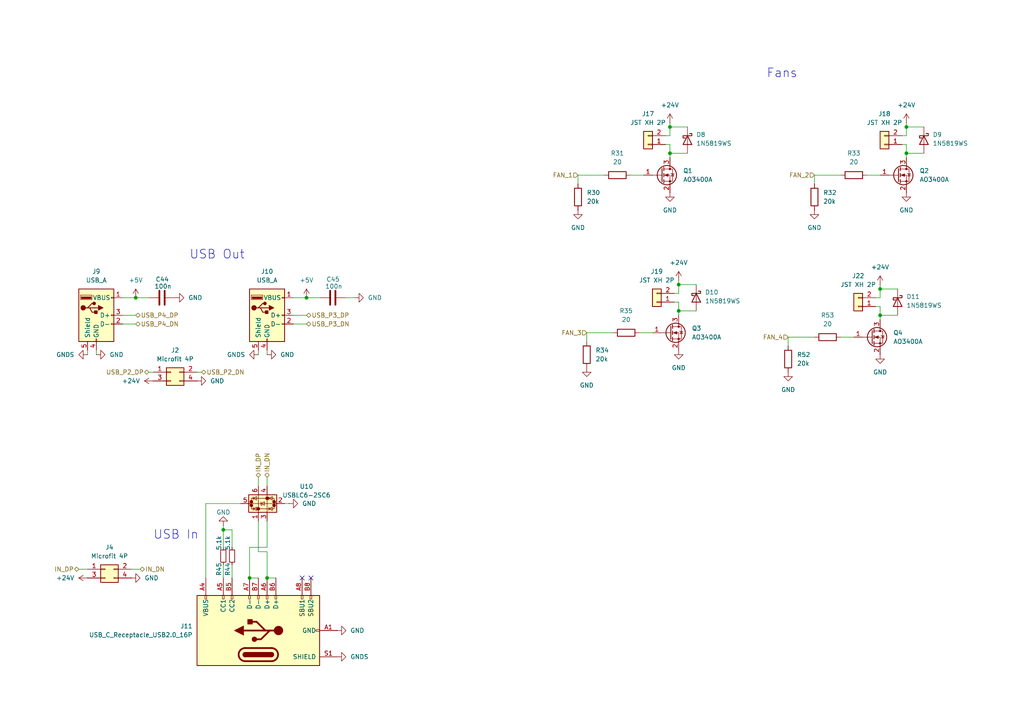
<source format=kicad_sch>
(kicad_sch (version 20250114) (generator "eeschema") (generator_version "9.0")
  (paper "A4")
  (lib_symbols
    (symbol "Connector:USB_A" (pin_names (offset 1.016))
      (property "Reference" "J" (at -5.08 11.43 0))
      (property "Value" "USB_A" (at -5.08 8.89 0))
      (symbol "USB_A_0_1"
        (rectangle (start -5.08 -7.62) (end 5.08 7.62) (stroke (width 0.254)) (fill (type background)))
        (circle (center -3.81 2.159) (radius 0.635) (stroke (width 0.254)) (fill (type outline)))
        (polyline (pts (xy -3.175 2.159) (xy -2.54 2.159) (xy -1.27 3.429) (xy -0.635 3.429)) (stroke (width 0.254)))
        (polyline (pts (xy -2.54 2.159) (xy -1.905 2.159) (xy -1.27 0.889) (xy 0 0.889)) (stroke (width 0.254)))
        (rectangle (start -1.524 4.826) (end -4.318 5.334) (fill (type outline)))
        (rectangle (start -1.27 4.572) (end -4.572 5.842))
        (circle (center -0.635 3.429) (radius 0.381) (stroke (width 0.254)) (fill (type outline)))
        (rectangle (start -0.127 -7.62) (end 0.127 -6.858))
        (rectangle (start 0.254 1.27) (end -0.508 0.508) (stroke (width 0.254)) (fill (type outline)))
        (polyline (pts (xy 0.635 2.794) (xy 0.635 1.524) (xy 1.905 2.159) (xy 0.635 2.794)) (stroke (width 0.254)) (fill (type outline)))
        (rectangle (start 5.08 4.953) (end 4.318 5.207))
        (rectangle (start 5.08 -0.127) (end 4.318 0.127))
        (rectangle (start 5.08 -2.667) (end 4.318 -2.413))
      )
      (symbol "USB_A_1_1"
        (polyline (pts (xy -1.905 2.159) (xy 0.635 2.159)) (stroke (width 0.254)))
        (pin passive line (at -2.54 -10.16 90) (length 2.54) (name "Shield") (number "5"))
        (pin power_in line (at 0 -10.16 90) (length 2.54) (name "GND") (number "4"))
        (pin power_in line (at 7.62 5.08 180) (length 2.54) (name "VBUS") (number "1"))
        (pin bidirectional line (at 7.62 0 180) (length 2.54) (name "D+") (number "3"))
        (pin bidirectional line (at 7.62 -2.54 180) (length 2.54) (name "D-") (number "2"))
      )
    )
    (symbol "Connector:USB_C_Receptacle_USB2.0_16P" (pin_names (offset 1.016))
      (property "Reference" "J" (at 0 22.225 0))
      (property "Value" "USB_C_Receptacle_USB2.0_16P" (at 0 19.685 0))
      (symbol "USB_C_Receptacle_USB2.0_16P_0_0"
        (rectangle (start -0.254 -17.78) (end 0.254 -16.764))
        (rectangle (start 10.16 15.494) (end 9.144 14.986))
        (rectangle (start 10.16 10.414) (end 9.144 9.906))
        (rectangle (start 10.16 7.874) (end 9.144 7.366))
        (rectangle (start 10.16 2.794) (end 9.144 2.286))
        (rectangle (start 10.16 0.254) (end 9.144 -0.254))
        (rectangle (start 10.16 -2.286) (end 9.144 -2.794))
        (rectangle (start 10.16 -4.826) (end 9.144 -5.334))
        (rectangle (start 10.16 -12.446) (end 9.144 -12.954))
        (rectangle (start 10.16 -14.986) (end 9.144 -15.494))
      )
      (symbol "USB_C_Receptacle_USB2.0_16P_0_1"
        (rectangle (start -10.16 17.78) (end 10.16 -17.78) (stroke (width 0.254)) (fill (type background)))
        (polyline (pts (xy -8.89 -3.81) (xy -8.89 3.81)) (stroke (width 0.508)))
        (rectangle (start -7.62 -3.81) (end -6.35 3.81) (stroke (width 0.254)) (fill (type outline)))
        (arc (start -7.62 3.81) (mid -6.985 4.4423) (end -6.35 3.81) (stroke (width 0.254)))
        (arc (start -7.62 3.81) (mid -6.985 4.4423) (end -6.35 3.81) (stroke (width 0.254)) (fill (type outline)))
        (arc (start -8.89 3.81) (mid -6.985 5.7067) (end -5.08 3.81) (stroke (width 0.508)))
        (arc (start -5.08 -3.81) (mid -6.985 -5.7067) (end -8.89 -3.81) (stroke (width 0.508)))
        (arc (start -6.35 -3.81) (mid -6.985 -4.4423) (end -7.62 -3.81) (stroke (width 0.254)))
        (arc (start -6.35 -3.81) (mid -6.985 -4.4423) (end -7.62 -3.81) (stroke (width 0.254)) (fill (type outline)))
        (polyline (pts (xy -5.08 3.81) (xy -5.08 -3.81)) (stroke (width 0.508)))
        (circle (center -2.54 1.143) (radius 0.635) (stroke (width 0.254)) (fill (type outline)))
        (polyline (pts (xy -1.27 4.318) (xy 0 6.858) (xy 1.27 4.318) (xy -1.27 4.318)) (stroke (width 0.254)) (fill (type outline)))
        (polyline (pts (xy 0 -2.032) (xy 2.54 0.508) (xy 2.54 1.778)) (stroke (width 0.508)))
        (polyline (pts (xy 0 -3.302) (xy -2.54 -0.762) (xy -2.54 0.508)) (stroke (width 0.508)))
        (polyline (pts (xy 0 -5.842) (xy 0 4.318)) (stroke (width 0.508)))
        (circle (center 0 -5.842) (radius 1.27) (fill (type outline)))
        (rectangle (start 1.905 1.778) (end 3.175 3.048) (stroke (width 0.254)) (fill (type outline)))
      )
      (symbol "USB_C_Receptacle_USB2.0_16P_1_1"
        (pin passive line (at -7.62 -22.86 90) (length 5.08) (name "SHIELD") (number "S1"))
        (pin passive line (at 0 -22.86 90) (length 5.08) (name "GND") (number "A1"))
        (pin passive line (at 0 -22.86 90) (length 5.08) (hide yes) (name "GND") (number "A12"))
        (pin passive line (at 0 -22.86 90) (length 5.08) (hide yes) (name "GND") (number "B1"))
        (pin passive line (at 0 -22.86 90) (length 5.08) (hide yes) (name "GND") (number "B12"))
        (pin passive line (at 15.24 15.24 180) (length 5.08) (name "VBUS") (number "A4"))
        (pin passive line (at 15.24 15.24 180) (length 5.08) (hide yes) (name "VBUS") (number "A9"))
        (pin passive line (at 15.24 15.24 180) (length 5.08) (hide yes) (name "VBUS") (number "B4"))
        (pin passive line (at 15.24 15.24 180) (length 5.08) (hide yes) (name "VBUS") (number "B9"))
        (pin bidirectional line (at 15.24 10.16 180) (length 5.08) (name "CC1") (number "A5"))
        (pin bidirectional line (at 15.24 7.62 180) (length 5.08) (name "CC2") (number "B5"))
        (pin bidirectional line (at 15.24 2.54 180) (length 5.08) (name "D-") (number "A7"))
        (pin bidirectional line (at 15.24 0 180) (length 5.08) (name "D-") (number "B7"))
        (pin bidirectional line (at 15.24 -2.54 180) (length 5.08) (name "D+") (number "A6"))
        (pin bidirectional line (at 15.24 -5.08 180) (length 5.08) (name "D+") (number "B6"))
        (pin bidirectional line (at 15.24 -12.7 180) (length 5.08) (name "SBU1") (number "A8"))
        (pin bidirectional line (at 15.24 -15.24 180) (length 5.08) (name "SBU2") (number "B8"))
      )
    )
    (symbol "Connector_Generic:Conn_01x02" (pin_names (offset 1.016) (hide yes))
      (property "Reference" "J" (at 0 2.54 0))
      (property "Value" "Conn_01x02" (at 0 -5.08 0))
      (symbol "Conn_01x02_1_1"
        (rectangle (start -1.27 1.27) (end 1.27 -3.81) (stroke (width 0.254)) (fill (type background)))
        (rectangle (start -1.27 0.127) (end 0 -0.127) (stroke (width 0.1524)))
        (rectangle (start -1.27 -2.413) (end 0 -2.667) (stroke (width 0.1524)))
        (pin passive line (at -5.08 0 0) (length 3.81) (name "Pin_1") (number "1"))
        (pin passive line (at -5.08 -2.54 0) (length 3.81) (name "Pin_2") (number "2"))
      )
    )
    (symbol "Connector_Generic:Conn_02x02_Odd_Even" (pin_names (offset 1.016) (hide yes))
      (property "Reference" "J" (at 1.27 2.54 0))
      (property "Value" "Conn_02x02_Odd_Even" (at 1.27 -5.08 0))
      (symbol "Conn_02x02_Odd_Even_1_1"
        (rectangle (start -1.27 1.27) (end 3.81 -3.81) (stroke (width 0.254)) (fill (type background)))
        (rectangle (start -1.27 0.127) (end 0 -0.127) (stroke (width 0.1524)))
        (rectangle (start -1.27 -2.413) (end 0 -2.667) (stroke (width 0.1524)))
        (rectangle (start 3.81 0.127) (end 2.54 -0.127) (stroke (width 0.1524)))
        (rectangle (start 3.81 -2.413) (end 2.54 -2.667) (stroke (width 0.1524)))
        (pin passive line (at -5.08 0 0) (length 3.81) (name "Pin_1") (number "1"))
        (pin passive line (at -5.08 -2.54 0) (length 3.81) (name "Pin_3") (number "3"))
        (pin passive line (at 7.62 0 180) (length 3.81) (name "Pin_2") (number "2"))
        (pin passive line (at 7.62 -2.54 180) (length 3.81) (name "Pin_4") (number "4"))
      )
    )
    (symbol "Device:C" (pin_numbers (hide yes)) (pin_names (offset 0.254))
      (property "Reference" "C" (at 0.635 2.54 0))
      (property "Value" "C" (at 0.635 -2.54 0))
      (symbol "C_0_1"
        (polyline (pts (xy -2.032 0.762) (xy 2.032 0.762)) (stroke (width 0.508)))
        (polyline (pts (xy -2.032 -0.762) (xy 2.032 -0.762)) (stroke (width 0.508)))
      )
      (symbol "C_1_1"
        (pin passive line (at 0 3.81 270) (length 2.794) (name "~") (number "1"))
        (pin passive line (at 0 -3.81 90) (length 2.794) (name "~") (number "2"))
      )
    )
    (symbol "Device:R" (pin_numbers (hide yes)) (pin_names (offset 0))
      (property "Reference" "R" (at 2.032 0 90))
      (property "Value" "R" (at 0 0 90))
      (symbol "R_0_1"
        (rectangle (start -1.016 -2.54) (end 1.016 2.54) (stroke (width 0.254)))
      )
      (symbol "R_1_1"
        (pin passive line (at 0 3.81 270) (length 1.27) (name "~") (number "1"))
        (pin passive line (at 0 -3.81 90) (length 1.27) (name "~") (number "2"))
      )
    )
    (symbol "Device:R_Small" (pin_numbers (hide yes)) (pin_names (offset 0.254) (hide yes))
      (property "Reference" "R" (at 0.762 0.508 0))
      (property "Value" "R_Small" (at 0.762 -1.016 0))
      (symbol "R_Small_0_1"
        (rectangle (start -0.762 1.778) (end 0.762 -1.778) (stroke (width 0.2032)))
      )
      (symbol "R_Small_1_1"
        (pin passive line (at 0 2.54 270) (length 0.762) (name "~") (number "1"))
        (pin passive line (at 0 -2.54 90) (length 0.762) (name "~") (number "2"))
      )
    )
    (symbol "Diode:1N5819WS" (pin_numbers (hide yes)) (pin_names (offset 1.016) (hide yes))
      (property "Reference" "D" (at 0 2.54 0))
      (property "Value" "1N5819WS" (at 0 -2.54 0))
      (symbol "1N5819WS_0_1"
        (polyline (pts (xy -1.905 0.635) (xy -1.905 1.27) (xy -1.27 1.27) (xy -1.27 -1.27) (xy -0.635 -1.27) (xy -0.635 -0.635)) (stroke (width 0.254)))
        (polyline (pts (xy 1.27 1.27) (xy 1.27 -1.27) (xy -1.27 0) (xy 1.27 1.27)) (stroke (width 0.254)))
        (polyline (pts (xy 1.27 0) (xy -1.27 0)))
      )
      (symbol "1N5819WS_1_1"
        (pin passive line (at -3.81 0 0) (length 2.54) (name "K") (number "1"))
        (pin passive line (at 3.81 0 180) (length 2.54) (name "A") (number "2"))
      )
    )
    (symbol "Power_Protection:USBLC6-2SC6" (pin_names (hide yes))
      (property "Reference" "U" (at 0.635 5.715 0))
      (property "Value" "USBLC6-2SC6" (at 0.635 3.81 0))
      (symbol "USBLC6-2SC6_0_0"
        (circle (center -1.524 0) (radius 0.0001) (stroke (width 0.508)))
        (circle (center -0.508 2.032) (radius 0.0001) (stroke (width 0.508)))
        (circle (center -0.508 -4.572) (radius 0.0001) (stroke (width 0.508)))
        (circle (center 0.508 2.032) (radius 0.0001) (stroke (width 0.508)))
        (circle (center 0.508 -4.572) (radius 0.0001) (stroke (width 0.508)))
        (circle (center 1.524 -2.54) (radius 0.0001) (stroke (width 0.508)))
      )
      (symbol "USBLC6-2SC6_0_1"
        (polyline (pts (xy -2.54 0) (xy 2.54 0)))
        (polyline (pts (xy -2.54 -2.54) (xy 2.54 -2.54)))
        (polyline (pts (xy -2.032 0.508) (xy -1.016 0.508) (xy -1.524 1.524) (xy -2.032 0.508)))
        (polyline (pts (xy -2.032 -3.048) (xy -1.016 -3.048)))
        (polyline (pts (xy -1.016 1.524) (xy -2.032 1.524)))
        (polyline (pts (xy -1.016 -4.064) (xy -2.032 -4.064) (xy -1.524 -3.048) (xy -1.016 -4.064)))
        (polyline (pts (xy -0.508 -1.143) (xy -0.508 -0.762) (xy 0.508 -0.762)))
        (polyline (pts (xy 0 2.54) (xy -0.508 2.032) (xy 0.508 2.032) (xy 0 1.524) (xy 0 -4.064) (xy -0.508 -4.572) (xy 0.508 -4.572) (xy 0 -5.08)))
        (polyline (pts (xy 0.508 -1.778) (xy -0.508 -1.778) (xy 0 -0.762) (xy 0.508 -1.778)))
        (polyline (pts (xy 1.016 1.524) (xy 2.032 1.524)))
        (polyline (pts (xy 1.016 -3.048) (xy 2.032 -3.048)))
        (polyline (pts (xy 2.032 0.508) (xy 1.016 0.508) (xy 1.524 1.524) (xy 2.032 0.508)))
        (polyline (pts (xy 2.032 -4.064) (xy 1.016 -4.064) (xy 1.524 -3.048) (xy 2.032 -4.064)))
      )
      (symbol "USBLC6-2SC6_1_1"
        (rectangle (start -2.54 2.794) (end 2.54 -5.334) (stroke (width 0.254)) (fill (type background)))
        (polyline (pts (xy -0.508 2.032) (xy -1.524 2.032) (xy -1.524 -4.572) (xy -0.508 -4.572)))
        (polyline (pts (xy 0.508 -4.572) (xy 1.524 -4.572) (xy 1.524 2.032) (xy 0.508 2.032)))
        (pin passive line (at -5.08 0 0) (length 2.54) (name "I/O1") (number "1"))
        (pin passive line (at -5.08 -2.54 0) (length 2.54) (name "I/O2") (number "3"))
        (pin passive line (at 0 5.08 270) (length 2.54) (name "VBUS") (number "5"))
        (pin passive line (at 0 -7.62 90) (length 2.54) (name "GND") (number "2"))
        (pin passive line (at 5.08 0 180) (length 2.54) (name "I/O1") (number "6"))
        (pin passive line (at 5.08 -2.54 180) (length 2.54) (name "I/O2") (number "4"))
      )
    )
    (symbol "Transistor_FET:AO3400A" (pin_names (hide yes))
      (property "Reference" "Q" (at 5.08 1.905 0))
      (property "Value" "AO3400A" (at 5.08 0 0))
      (symbol "AO3400A_0_1"
        (polyline (pts (xy 0.254 1.905) (xy 0.254 -1.905)) (stroke (width 0.254)))
        (polyline (pts (xy 0.254 0) (xy -2.54 0)))
        (polyline (pts (xy 0.762 2.286) (xy 0.762 1.27)) (stroke (width 0.254)))
        (polyline (pts (xy 0.762 0.508) (xy 0.762 -0.508)) (stroke (width 0.254)))
        (polyline (pts (xy 0.762 -1.27) (xy 0.762 -2.286)) (stroke (width 0.254)))
        (polyline (pts (xy 0.762 -1.778) (xy 3.302 -1.778) (xy 3.302 1.778) (xy 0.762 1.778)))
        (polyline (pts (xy 1.016 0) (xy 2.032 0.381) (xy 2.032 -0.381) (xy 1.016 0)) (fill (type outline)))
        (circle (center 1.651 0) (radius 2.794) (stroke (width 0.254)))
        (polyline (pts (xy 2.54 2.54) (xy 2.54 1.778)))
        (circle (center 2.54 1.778) (radius 0.254) (fill (type outline)))
        (circle (center 2.54 -1.778) (radius 0.254) (fill (type outline)))
        (polyline (pts (xy 2.54 -2.54) (xy 2.54 0) (xy 0.762 0)))
        (polyline (pts (xy 2.794 0.508) (xy 2.921 0.381) (xy 3.683 0.381) (xy 3.81 0.254)))
        (polyline (pts (xy 3.302 0.381) (xy 2.921 -0.254) (xy 3.683 -0.254) (xy 3.302 0.381)))
      )
      (symbol "AO3400A_1_1"
        (pin input line (at -5.08 0 0) (length 2.54) (name "G") (number "1"))
        (pin passive line (at 2.54 5.08 270) (length 2.54) (name "D") (number "3"))
        (pin passive line (at 2.54 -5.08 90) (length 2.54) (name "S") (number "2"))
      )
    )
    (symbol "power:+24V" (power) (pin_numbers (hide yes)) (pin_names (offset 0) (hide yes))
      (property "Value" "+24V" (at 0 3.556 0))
      (symbol "+24V_0_1"
        (polyline (pts (xy -0.762 1.27) (xy 0 2.54)))
        (polyline (pts (xy 0 2.54) (xy 0.762 1.27)))
        (polyline (pts (xy 0 0) (xy 0 2.54)))
      )
      (symbol "+24V_1_1"
        (pin power_in line (at 0 0 90) (length 0) (name "~") (number "1"))
      )
    )
    (symbol "power:+5V" (power) (pin_numbers (hide yes)) (pin_names (offset 0) (hide yes))
      (property "Value" "+5V" (at 0 3.556 0))
      (symbol "+5V_0_1"
        (polyline (pts (xy -0.762 1.27) (xy 0 2.54)))
        (polyline (pts (xy 0 2.54) (xy 0.762 1.27)))
        (polyline (pts (xy 0 0) (xy 0 2.54)))
      )
      (symbol "+5V_1_1"
        (pin power_in line (at 0 0 90) (length 0) (name "~") (number "1"))
      )
    )
    (symbol "power:GND" (power) (pin_numbers (hide yes)) (pin_names (offset 0) (hide yes))
      (property "Value" "GND" (at 0 -3.81 0))
      (symbol "GND_0_1"
        (polyline (pts (xy 0 0) (xy 0 -1.27) (xy 1.27 -1.27) (xy 0 -2.54) (xy -1.27 -1.27) (xy 0 -1.27)))
      )
      (symbol "GND_1_1"
        (pin power_in line (at 0 0 270) (length 0) (name "~") (number "1"))
      )
    )
    (symbol "power:GNDS" (power) (pin_numbers (hide yes)) (pin_names (offset 0) (hide yes))
      (property "Value" "GNDS" (at 0 -3.81 0))
      (symbol "GNDS_0_1"
        (polyline (pts (xy 0 0) (xy 0 -1.27) (xy 1.27 -1.27) (xy 0 -2.54) (xy -1.27 -1.27) (xy 0 -1.27)))
      )
      (symbol "GNDS_1_1"
        (pin power_in line (at 0 0 270) (length 0) (name "~") (number "1"))
      )
    )
  )
  (text "USB In\n" (at 51.054 155.194 0) (effects (font (size 2.54 2.54))))
  (text "Fans" (at 226.822 21.336 0) (effects (font (size 2.54 2.54))))
  (text "USB Out\n" (at 62.992 73.914 0) (effects (font (size 2.54 2.54))))
  (junction (at 194.31 36.83))
  (junction (at 196.85 90.17))
  (junction (at 88.9 86.36))
  (junction (at 194.31 44.45))
  (junction (at 72.39 167.64))
  (junction (at 262.89 36.83))
  (junction (at 77.47 167.64))
  (junction (at 39.37 86.36))
  (junction (at 262.89 44.45))
  (junction (at 64.77 153.67))
  (junction (at 255.27 91.44))
  (junction (at 255.27 83.82))
  (junction (at 196.85 82.55))
  (no_connect (at 90.17 167.64))
  (no_connect (at 87.63 167.64))
  (wire (pts (xy 25.4 101.6) (xy 25.4 102.87)))
  (wire (pts (xy 22.86 165.1) (xy 25.4 165.1)))
  (wire (pts (xy 236.22 50.8) (xy 243.84 50.8)))
  (wire (pts (xy 262.89 35.56) (xy 262.89 36.83)))
  (wire (pts (xy 82.55 146.05) (xy 83.82 146.05)))
  (wire (pts (xy 196.85 90.17) (xy 196.85 91.44)))
  (wire (pts (xy 72.39 158.75) (xy 72.39 167.64)))
  (wire (pts (xy 182.88 50.8) (xy 186.69 50.8)))
  (wire (pts (xy 262.89 36.83) (xy 262.89 39.37)))
  (wire (pts (xy 255.27 88.9) (xy 254 88.9)))
  (wire (pts (xy 255.27 91.44) (xy 260.35 91.44)))
  (wire (pts (xy 196.85 90.17) (xy 201.93 90.17)))
  (wire (pts (xy 194.31 41.91) (xy 194.31 44.45)))
  (wire (pts (xy 194.31 39.37) (xy 193.04 39.37)))
  (wire (pts (xy 88.9 91.44) (xy 85.09 91.44)))
  (wire (pts (xy 228.6 97.79) (xy 228.6 100.33)))
  (wire (pts (xy 43.18 86.36) (xy 39.37 86.36)))
  (wire (pts (xy 167.64 50.8) (xy 167.64 53.34)))
  (wire (pts (xy 88.9 93.98) (xy 85.09 93.98)))
  (wire (pts (xy 77.47 167.64) (xy 80.01 167.64)))
  (wire (pts (xy 74.93 160.02) (xy 77.47 160.02)))
  (wire (pts (xy 196.85 82.55) (xy 201.93 82.55)))
  (wire (pts (xy 236.22 50.8) (xy 236.22 53.34)))
  (wire (pts (xy 74.93 138.43) (xy 74.93 140.97)))
  (wire (pts (xy 59.69 146.05) (xy 59.69 167.64)))
  (wire (pts (xy 196.85 87.63) (xy 195.58 87.63)))
  (wire (pts (xy 262.89 44.45) (xy 262.89 45.72)))
  (wire (pts (xy 255.27 83.82) (xy 255.27 86.36)))
  (wire (pts (xy 255.27 86.36) (xy 254 86.36)))
  (wire (pts (xy 196.85 85.09) (xy 195.58 85.09)))
  (wire (pts (xy 67.31 163.83) (xy 67.31 167.64)))
  (wire (pts (xy 77.47 160.02) (xy 77.47 167.64)))
  (wire (pts (xy 167.64 50.8) (xy 175.26 50.8)))
  (wire (pts (xy 262.89 39.37) (xy 261.62 39.37)))
  (wire (pts (xy 69.85 146.05) (xy 59.69 146.05)))
  (wire (pts (xy 39.37 86.36) (xy 35.56 86.36)))
  (wire (pts (xy 262.89 44.45) (xy 267.97 44.45)))
  (wire (pts (xy 74.93 151.13) (xy 74.93 160.02)))
  (wire (pts (xy 228.6 97.79) (xy 236.22 97.79)))
  (wire (pts (xy 58.42 107.95) (xy 57.15 107.95)))
  (wire (pts (xy 255.27 91.44) (xy 255.27 92.71)))
  (wire (pts (xy 40.64 165.1) (xy 38.1 165.1)))
  (wire (pts (xy 77.47 158.75) (xy 72.39 158.75)))
  (wire (pts (xy 255.27 82.55) (xy 255.27 83.82)))
  (wire (pts (xy 194.31 35.56) (xy 194.31 36.83)))
  (wire (pts (xy 251.46 50.8) (xy 255.27 50.8)))
  (wire (pts (xy 262.89 36.83) (xy 267.97 36.83)))
  (wire (pts (xy 243.84 97.79) (xy 247.65 97.79)))
  (wire (pts (xy 64.77 152.4) (xy 64.77 153.67)))
  (wire (pts (xy 64.77 153.67) (xy 64.77 158.75)))
  (wire (pts (xy 262.89 41.91) (xy 261.62 41.91)))
  (wire (pts (xy 43.18 107.95) (xy 44.45 107.95)))
  (wire (pts (xy 67.31 158.75) (xy 67.31 153.67)))
  (wire (pts (xy 67.31 153.67) (xy 64.77 153.67)))
  (wire (pts (xy 194.31 36.83) (xy 194.31 39.37)))
  (wire (pts (xy 194.31 44.45) (xy 194.31 45.72)))
  (wire (pts (xy 194.31 36.83) (xy 199.39 36.83)))
  (wire (pts (xy 185.42 96.52) (xy 189.23 96.52)))
  (wire (pts (xy 27.94 102.87) (xy 27.94 101.6)))
  (wire (pts (xy 92.71 86.36) (xy 88.9 86.36)))
  (wire (pts (xy 170.18 96.52) (xy 177.8 96.52)))
  (wire (pts (xy 196.85 82.55) (xy 196.85 85.09)))
  (wire (pts (xy 77.47 151.13) (xy 77.47 158.75)))
  (wire (pts (xy 64.77 163.83) (xy 64.77 167.64)))
  (wire (pts (xy 74.93 102.87) (xy 74.93 101.6)))
  (wire (pts (xy 196.85 87.63) (xy 196.85 90.17)))
  (wire (pts (xy 39.37 93.98) (xy 35.56 93.98)))
  (wire (pts (xy 194.31 44.45) (xy 199.39 44.45)))
  (wire (pts (xy 255.27 88.9) (xy 255.27 91.44)))
  (wire (pts (xy 255.27 83.82) (xy 260.35 83.82)))
  (wire (pts (xy 77.47 102.87) (xy 77.47 101.6)))
  (wire (pts (xy 196.85 81.28) (xy 196.85 82.55)))
  (wire (pts (xy 77.47 138.43) (xy 77.47 140.97)))
  (wire (pts (xy 194.31 41.91) (xy 193.04 41.91)))
  (wire (pts (xy 102.87 86.36) (xy 100.33 86.36)))
  (wire (pts (xy 262.89 41.91) (xy 262.89 44.45)))
  (wire (pts (xy 39.37 91.44) (xy 35.56 91.44)))
  (wire (pts (xy 74.93 167.64) (xy 72.39 167.64)))
  (wire (pts (xy 170.18 96.52) (xy 170.18 99.06)))
  (wire (pts (xy 88.9 86.36) (xy 85.09 86.36)))
  (hierarchical_label "USB_P4_DN" (shape bidirectional) (at 39.37 93.98 0))
  (hierarchical_label "FAN_1" (shape input) (at 167.64 50.8 180))
  (hierarchical_label "FAN_4" (shape input) (at 228.6 97.79 180))
  (hierarchical_label "USB_P3_DP" (shape bidirectional) (at 88.9 91.44 0))
  (hierarchical_label "USB_P2_DN" (shape bidirectional) (at 58.42 107.95 0))
  (hierarchical_label "USB_P4_DP" (shape bidirectional) (at 39.37 91.44 0))
  (hierarchical_label "IN_DP" (shape bidirectional) (at 22.86 165.1 180))
  (hierarchical_label "FAN_3" (shape input) (at 170.18 96.52 180))
  (hierarchical_label "USB_P3_DN" (shape bidirectional) (at 88.9 93.98 0))
  (hierarchical_label "IN_DN" (shape bidirectional) (at 40.64 165.1 0))
  (hierarchical_label "USB_P2_DP" (shape bidirectional) (at 43.18 107.95 180))
  (hierarchical_label "IN_DP" (shape bidirectional) (at 74.93 138.43 90))
  (hierarchical_label "FAN_2" (shape input) (at 236.22 50.8 180))
  (hierarchical_label "IN_DN" (shape bidirectional) (at 77.47 138.43 90))
  (symbol (lib_id "power:GND") (at 97.79 182.88 90) (unit 1)
    (property "Reference" "#PWR099" (effects (hide yes)))
    (property "Value" "GND" (at 101.6 182.8799 90) (effects (justify right)))
    (property "Description" "Power symbol creates a global label with name \"GND\" , ground" (effects (hide yes)))
  )
  (symbol (lib_id "power:GND") (at 194.31 55.88 0) (unit 1)
    (property "Reference" "#PWR070" (effects (hide yes)))
    (property "Value" "GND" (at 194.31 60.96 0))
    (property "Description" "Power symbol creates a global label with name \"GND\" , ground" (effects (hide yes)))
  )
  (symbol (lib_id "power:+24V") (at 25.4 167.64 90) (unit 1)
    (property "Reference" "#PWR038" (effects (hide yes)))
    (property "Value" "+24V" (at 21.59 167.6399 90) (effects (justify left)))
    (property "Description" "Power symbol creates a global label with name \"+24V\"" (effects (hide yes)))
  )
  (symbol (lib_id "Device:R") (at 236.22 57.15 180) (unit 1)
    (property "Reference" "R32" (at 238.76 55.8799 0) (effects (justify right)))
    (property "Value" "20k" (at 238.76 58.4199 0) (effects (justify right)))
    (property "Footprint" "Resistor_SMD:R_0603_1608Metric" (effects (hide yes)))
    (property "Description" "Resistor" (effects (hide yes)))
  )
  (symbol (lib_id "power:+5V") (at 39.37 86.36 0) (unit 1)
    (property "Reference" "#PWR093" (effects (hide yes)))
    (property "Value" "+5V" (at 39.37 81.28 0))
    (property "Description" "Power symbol creates a global label with name \"+5V\"" (effects (hide yes)))
  )
  (symbol (lib_id "power:GND") (at 255.27 102.87 0) (unit 1)
    (property "Reference" "#PWR0140" (effects (hide yes)))
    (property "Value" "GND" (at 255.27 107.95 0))
    (property "Description" "Power symbol creates a global label with name \"GND\" , ground" (effects (hide yes)))
  )
  (symbol (lib_id "Diode:1N5819WS") (at 199.39 40.64 270) (unit 1)
    (property "Reference" "D8" (at 201.93 39.0524 90) (effects (justify left)))
    (property "Value" "1N5819WS" (at 201.93 41.5924 90) (effects (justify left)))
    (property "Footprint" "Diode_SMD:D_SOD-323" (effects (hide yes)))
    (property "Datasheet" "https://datasheet.lcsc.com/lcsc/2204281430_Guangdong-Hottech-1N5819WS_C191023.pdf" (effects (hide yes)))
    (property "Description" "40V 600mV@1A 1A SOD-323 Schottky Barrier Diodes, SOD-323" (effects (hide yes)))
  )
  (symbol (lib_id "power:+24V") (at 196.85 81.28 0) (unit 1)
    (property "Reference" "#PWR076" (effects (hide yes)))
    (property "Value" "+24V" (at 196.85 76.2 0))
    (property "Description" "Power symbol creates a global label with name \"+24V\"" (effects (hide yes)))
  )
  (symbol (lib_id "power:GND") (at 38.1 167.64 90) (unit 1)
    (property "Reference" "#PWR037" (effects (hide yes)))
    (property "Value" "GND" (at 41.91 167.6399 90) (effects (justify right)))
    (property "Description" "Power symbol creates a global label with name \"GND\" , ground" (effects (hide yes)))
  )
  (symbol (lib_id "power:GND") (at 196.85 101.6 0) (unit 1)
    (property "Reference" "#PWR077" (effects (hide yes)))
    (property "Value" "GND" (at 196.85 106.68 0))
    (property "Description" "Power symbol creates a global label with name \"GND\" , ground" (effects (hide yes)))
  )
  (symbol (lib_id "power:GNDS") (at 97.79 190.5 90) (unit 1)
    (property "Reference" "#PWR0100" (effects (hide yes)))
    (property "Value" "GNDS" (at 101.6 190.4999 90) (effects (justify right)))
    (property "Description" "Power symbol creates a global label with name \"GNDS\" , signal ground" (effects (hide yes)))
  )
  (symbol (lib_id "power:GNDS") (at 74.93 102.87 270) (unit 1)
    (property "Reference" "#PWR0101" (effects (hide yes)))
    (property "Value" "GNDS" (at 71.12 102.8699 90) (effects (justify right)))
    (property "Description" "Power symbol creates a global label with name \"GNDS\" , signal ground" (effects (hide yes)))
  )
  (symbol (lib_id "Device:R") (at 240.03 97.79 90) (unit 1)
    (property "Reference" "R53" (at 240.03 91.44 90))
    (property "Value" "20" (at 240.03 93.98 90))
    (property "Footprint" "Resistor_SMD:R_0603_1608Metric" (effects (hide yes)))
    (property "Description" "Resistor" (effects (hide yes)))
  )
  (symbol (lib_id "power:GND") (at 102.87 86.36 90) (unit 1)
    (property "Reference" "#PWR096" (effects (hide yes)))
    (property "Value" "GND" (at 106.68 86.3599 90) (effects (justify right)))
    (property "Description" "Power symbol creates a global label with name \"GND\" , ground" (effects (hide yes)))
  )
  (symbol (lib_id "Connector_Generic:Conn_01x02") (at 248.92 88.9 180) (unit 1)
    (property "Reference" "J22" (at 248.92 80.01 0))
    (property "Value" "JST XH 2P" (at 248.92 82.55 0))
    (property "Footprint" "Connector_JST:JST_XH_S2B-XH-A_1x02_P2.50mm_Horizontal" (effects (hide yes)))
    (property "Description" "Generic connector, single row, 01x02, script generated (kicad-library-utils/schlib/autogen/connector/)" (effects (hide yes)))
  )
  (symbol (lib_id "Device:R") (at 247.65 50.8 90) (unit 1)
    (property "Reference" "R33" (at 247.65 44.45 90))
    (property "Value" "20" (at 247.65 46.99 90))
    (property "Footprint" "Resistor_SMD:R_0603_1608Metric" (effects (hide yes)))
    (property "Description" "Resistor" (effects (hide yes)))
  )
  (symbol (lib_id "power:+24V") (at 194.31 35.56 0) (unit 1)
    (property "Reference" "#PWR071" (effects (hide yes)))
    (property "Value" "+24V" (at 194.31 30.48 0))
    (property "Description" "Power symbol creates a global label with name \"+24V\"" (effects (hide yes)))
  )
  (symbol (lib_id "power:+24V") (at 262.89 35.56 0) (unit 1)
    (property "Reference" "#PWR073" (effects (hide yes)))
    (property "Value" "+24V" (at 262.89 30.48 0))
    (property "Description" "Power symbol creates a global label with name \"+24V\"" (effects (hide yes)))
  )
  (symbol (lib_id "Transistor_FET:AO3400A") (at 260.35 50.8 0) (unit 1)
    (property "Reference" "Q2" (at 266.7 49.5299 0) (effects (justify left)))
    (property "Value" "AO3400A" (at 266.7 52.0699 0) (effects (justify left)))
    (property "Footprint" "Package_TO_SOT_SMD:SOT-23" (effects (hide yes)))
    (property "Datasheet" "http://www.aosmd.com/pdfs/datasheet/AO3400A.pdf" (effects (hide yes)))
    (property "Description" "30V Vds, 5.7A Id, N-Channel MOSFET, SOT-23" (effects (hide yes)))
  )
  (symbol (lib_id "power:+24V") (at 44.45 110.49 90) (unit 1)
    (property "Reference" "#PWR039" (effects (hide yes)))
    (property "Value" "+24V" (at 40.64 110.4899 90) (effects (justify left)))
    (property "Description" "Power symbol creates a global label with name \"+24V\"" (effects (hide yes)))
  )
  (symbol (lib_id "Transistor_FET:AO3400A") (at 252.73 97.79 0) (unit 1)
    (property "Reference" "Q4" (at 259.08 96.5199 0) (effects (justify left)))
    (property "Value" "AO3400A" (at 259.08 99.0599 0) (effects (justify left)))
    (property "Footprint" "Package_TO_SOT_SMD:SOT-23" (effects (hide yes)))
    (property "Datasheet" "http://www.aosmd.com/pdfs/datasheet/AO3400A.pdf" (effects (hide yes)))
    (property "Description" "30V Vds, 5.7A Id, N-Channel MOSFET, SOT-23" (effects (hide yes)))
  )
  (symbol (lib_id "Diode:1N5819WS") (at 267.97 40.64 270) (unit 1)
    (property "Reference" "D9" (at 270.51 39.0524 90) (effects (justify left)))
    (property "Value" "1N5819WS" (at 270.51 41.5924 90) (effects (justify left)))
    (property "Footprint" "Diode_SMD:D_SOD-323" (effects (hide yes)))
    (property "Datasheet" "https://datasheet.lcsc.com/lcsc/2204281430_Guangdong-Hottech-1N5819WS_C191023.pdf" (effects (hide yes)))
    (property "Description" "40V 600mV@1A 1A SOD-323 Schottky Barrier Diodes, SOD-323" (effects (hide yes)))
  )
  (symbol (lib_id "power:+24V") (at 255.27 82.55 0) (unit 1)
    (property "Reference" "#PWR0139" (effects (hide yes)))
    (property "Value" "+24V" (at 255.27 77.47 0))
    (property "Description" "Power symbol creates a global label with name \"+24V\"" (effects (hide yes)))
  )
  (symbol (lib_id "power:GND") (at 57.15 110.49 90) (unit 1)
    (property "Reference" "#PWR040" (effects (hide yes)))
    (property "Value" "GND" (at 60.96 110.4899 90) (effects (justify right)))
    (property "Description" "Power symbol creates a global label with name \"GND\" , ground" (effects (hide yes)))
  )
  (symbol (lib_id "Device:R_Small") (at 67.31 161.29 180) (unit 1)
    (property "Reference" "R44" (at 66.04 165.1 90))
    (property "Value" "5.1k" (at 66.04 157.48 90))
    (property "Footprint" "Resistor_SMD:R_0402_1005Metric" (effects (hide yes)))
  )
  (symbol (lib_id "Device:R") (at 170.18 102.87 180) (unit 1)
    (property "Reference" "R34" (at 172.72 101.5999 0) (effects (justify right)))
    (property "Value" "20k" (at 172.72 104.1399 0) (effects (justify right)))
    (property "Footprint" "Resistor_SMD:R_0603_1608Metric" (effects (hide yes)))
    (property "Description" "Resistor" (effects (hide yes)))
  )
  (symbol (lib_id "Device:R") (at 167.64 57.15 180) (unit 1)
    (property "Reference" "R30" (at 170.18 55.8799 0) (effects (justify right)))
    (property "Value" "20k" (at 170.18 58.4199 0) (effects (justify right)))
    (property "Footprint" "Resistor_SMD:R_0603_1608Metric" (effects (hide yes)))
    (property "Description" "Resistor" (effects (hide yes)))
  )
  (symbol (lib_id "Connector_Generic:Conn_01x02") (at 187.96 41.91 180) (unit 1)
    (property "Reference" "J17" (at 187.96 33.02 0))
    (property "Value" "JST XH 2P" (at 187.96 35.56 0))
    (property "Footprint" "Connector_JST:JST_XH_S2B-XH-A_1x02_P2.50mm_Horizontal" (effects (hide yes)))
    (property "Description" "Generic connector, single row, 01x02, script generated (kicad-library-utils/schlib/autogen/connector/)" (effects (hide yes)))
  )
  (symbol (lib_id "Connector_Generic:Conn_02x02_Odd_Even") (at 49.53 107.95 0) (unit 1)
    (property "Reference" "J2" (at 50.8 101.6 0))
    (property "Value" "Microfit 4P" (at 50.8 104.14 0))
    (property "Footprint" "Connector_Molex:Molex_Micro-Fit_3.0_43045-0412_2x02_P3.00mm_Vertical" (effects (hide yes)))
    (property "Description" "Generic connector, double row, 02x02, odd/even pin numbering scheme (row 1 odd numbers, row 2 even numbers), script generated (kicad-library-utils/schlib/autogen/connector/)" (effects (hide yes)))
  )
  (symbol (lib_id "power:GND") (at 83.82 146.05 90) (unit 1)
    (property "Reference" "#PWR0137" (effects (hide yes)))
    (property "Value" "GND" (at 87.63 146.0499 90) (effects (justify right)))
    (property "Description" "Power symbol creates a global label with name \"GND\" , ground" (effects (hide yes)))
  )
  (symbol (lib_id "power:GND") (at 50.8 86.36 90) (unit 1)
    (property "Reference" "#PWR094" (effects (hide yes)))
    (property "Value" "GND" (at 54.61 86.3599 90) (effects (justify right)))
    (property "Description" "Power symbol creates a global label with name \"GND\" , ground" (effects (hide yes)))
  )
  (symbol (lib_id "power:GND") (at 27.94 102.87 90) (unit 1)
    (property "Reference" "#PWR092" (effects (hide yes)))
    (property "Value" "GND" (at 31.75 102.8699 90) (effects (justify right)))
    (property "Description" "Power symbol creates a global label with name \"GND\" , ground" (effects (hide yes)))
  )
  (symbol (lib_id "Connector:USB_C_Receptacle_USB2.0_16P") (at 74.93 182.88 90) (unit 1)
    (property "Reference" "J11" (at 55.88 181.6099 90) (effects (justify left)))
    (property "Value" "USB_C_Receptacle_USB2.0_16P" (at 55.88 184.1499 90) (effects (justify left)))
    (property "Footprint" "Connector_USB:USB_C_Receptacle_XKB_U262-16XN-4BVC11" (effects (hide yes)))
    (property "Datasheet" "https://www.usb.org/sites/default/files/documents/usb_type-c.zip" (effects (hide yes)))
    (property "Description" "USB 2.0-only 16P Type-C Receptacle connector" (effects (hide yes)))
  )
  (symbol (lib_id "Diode:1N5819WS") (at 260.35 87.63 270) (unit 1)
    (property "Reference" "D11" (at 262.89 86.0424 90) (effects (justify left)))
    (property "Value" "1N5819WS" (at 262.89 88.5824 90) (effects (justify left)))
    (property "Footprint" "Diode_SMD:D_SOD-323" (effects (hide yes)))
    (property "Datasheet" "https://datasheet.lcsc.com/lcsc/2204281430_Guangdong-Hottech-1N5819WS_C191023.pdf" (effects (hide yes)))
    (property "Description" "40V 600mV@1A 1A SOD-323 Schottky Barrier Diodes, SOD-323" (effects (hide yes)))
  )
  (symbol (lib_id "Diode:1N5819WS") (at 201.93 86.36 270) (unit 1)
    (property "Reference" "D10" (at 204.47 84.7724 90) (effects (justify left)))
    (property "Value" "1N5819WS" (at 204.47 87.3124 90) (effects (justify left)))
    (property "Footprint" "Diode_SMD:D_SOD-323" (effects (hide yes)))
    (property "Datasheet" "https://datasheet.lcsc.com/lcsc/2204281430_Guangdong-Hottech-1N5819WS_C191023.pdf" (effects (hide yes)))
    (property "Description" "40V 600mV@1A 1A SOD-323 Schottky Barrier Diodes, SOD-323" (effects (hide yes)))
  )
  (symbol (lib_id "Device:C") (at 46.99 86.36 90) (unit 1)
    (property "Reference" "C44" (at 49.022 81.026 90) (effects (justify left)))
    (property "Value" "100n" (at 49.784 83.058 90) (effects (justify left)))
    (property "Footprint" "Capacitor_SMD:C_0402_1005Metric" (effects (hide yes)))
  )
  (symbol (lib_id "power:GND") (at 228.6 107.95 0) (unit 1)
    (property "Reference" "#PWR0138" (effects (hide yes)))
    (property "Value" "GND" (at 228.6 113.03 0))
    (property "Description" "Power symbol creates a global label with name \"GND\" , ground" (effects (hide yes)))
  )
  (symbol (lib_id "power:GND") (at 236.22 60.96 0) (unit 1)
    (property "Reference" "#PWR072" (effects (hide yes)))
    (property "Value" "GND" (at 236.22 66.04 0))
    (property "Description" "Power symbol creates a global label with name \"GND\" , ground" (effects (hide yes)))
  )
  (symbol (lib_id "power:+5V") (at 88.9 86.36 0) (unit 1)
    (property "Reference" "#PWR097" (effects (hide yes)))
    (property "Value" "+5V" (at 88.9 81.28 0))
    (property "Description" "Power symbol creates a global label with name \"+5V\"" (effects (hide yes)))
  )
  (symbol (lib_id "power:GND") (at 64.77 152.4 180) (unit 1)
    (property "Reference" "#PWR098" (effects (hide yes)))
    (property "Value" "GND" (at 64.77 148.59 0))
    (property "Description" "Power symbol creates a global label with name \"GND\" , ground" (effects (hide yes)))
  )
  (symbol (lib_id "power:GND") (at 170.18 106.68 0) (unit 1)
    (property "Reference" "#PWR075" (effects (hide yes)))
    (property "Value" "GND" (at 170.18 111.76 0))
    (property "Description" "Power symbol creates a global label with name \"GND\" , ground" (effects (hide yes)))
  )
  (symbol (lib_id "Device:R") (at 179.07 50.8 90) (unit 1)
    (property "Reference" "R31" (at 179.07 44.45 90))
    (property "Value" "20" (at 179.07 46.99 90))
    (property "Footprint" "Resistor_SMD:R_0603_1608Metric" (effects (hide yes)))
    (property "Description" "Resistor" (effects (hide yes)))
  )
  (symbol (lib_id "power:GND") (at 77.47 102.87 90) (unit 1)
    (property "Reference" "#PWR095" (effects (hide yes)))
    (property "Value" "GND" (at 81.28 102.8699 90) (effects (justify right)))
    (property "Description" "Power symbol creates a global label with name \"GND\" , ground" (effects (hide yes)))
  )
  (symbol (lib_id "Device:C") (at 96.52 86.36 90) (unit 1)
    (property "Reference" "C45" (at 98.552 81.026 90) (effects (justify left)))
    (property "Value" "100n" (at 99.314 83.058 90) (effects (justify left)))
    (property "Footprint" "Capacitor_SMD:C_0402_1005Metric" (effects (hide yes)))
  )
  (symbol (lib_id "power:GNDS") (at 25.4 102.87 270) (unit 1)
    (property "Reference" "#PWR0102" (effects (hide yes)))
    (property "Value" "GNDS" (at 21.59 102.8699 90) (effects (justify right)))
    (property "Description" "Power symbol creates a global label with name \"GNDS\" , signal ground" (effects (hide yes)))
  )
  (symbol (lib_id "Transistor_FET:AO3400A") (at 194.31 96.52 0) (unit 1)
    (property "Reference" "Q3" (at 200.66 95.2499 0) (effects (justify left)))
    (property "Value" "AO3400A" (at 200.66 97.7899 0) (effects (justify left)))
    (property "Footprint" "Package_TO_SOT_SMD:SOT-23" (effects (hide yes)))
    (property "Datasheet" "http://www.aosmd.com/pdfs/datasheet/AO3400A.pdf" (effects (hide yes)))
    (property "Description" "30V Vds, 5.7A Id, N-Channel MOSFET, SOT-23" (effects (hide yes)))
  )
  (symbol (lib_id "Power_Protection:USBLC6-2SC6") (at 74.93 146.05 90) (unit 1)
    (property "Reference" "U10" (at 88.9 141.0968 90))
    (property "Value" "USBLC6-2SC6" (at 88.9 143.6368 90))
    (property "Footprint" "Package_TO_SOT_SMD:SOT-23-6" (effects (hide yes)))
    (property "Datasheet" "https://www.st.com/resource/en/datasheet/usblc6-2.pdf" (effects (hide yes)))
    (property "Description" "Very low capacitance ESD protection diode, 2 data-line, SOT-23-6" (effects (hide yes)))
  )
  (symbol (lib_id "Device:R") (at 181.61 96.52 90) (unit 1)
    (property "Reference" "R35" (at 181.61 90.17 90))
    (property "Value" "20" (at 181.61 92.71 90))
    (property "Footprint" "Resistor_SMD:R_0603_1608Metric" (effects (hide yes)))
    (property "Description" "Resistor" (effects (hide yes)))
  )
  (symbol (lib_id "power:GND") (at 167.64 60.96 0) (unit 1)
    (property "Reference" "#PWR069" (effects (hide yes)))
    (property "Value" "GND" (at 167.64 66.04 0))
    (property "Description" "Power symbol creates a global label with name \"GND\" , ground" (effects (hide yes)))
  )
  (symbol (lib_id "Connector_Generic:Conn_02x02_Odd_Even") (at 30.48 165.1 0) (unit 1)
    (property "Reference" "J4" (at 31.75 158.75 0))
    (property "Value" "Microfit 4P" (at 31.75 161.29 0))
    (property "Footprint" "Connector_Molex:Molex_Micro-Fit_3.0_43045-0412_2x02_P3.00mm_Vertical" (effects (hide yes)))
    (property "Description" "Generic connector, double row, 02x02, odd/even pin numbering scheme (row 1 odd numbers, row 2 even numbers), script generated (kicad-library-utils/schlib/autogen/connector/)" (effects (hide yes)))
  )
  (symbol (lib_id "Connector:USB_A") (at 77.47 91.44 0) (unit 1)
    (property "Reference" "J10" (at 77.47 78.74 0))
    (property "Value" "USB_A" (at 77.47 81.28 0))
    (property "Footprint" "Connector_USB:USB_A_Connfly_DS1095" (effects (hide yes)))
    (property "Description" "USB Type A connector" (effects (hide yes)))
  )
  (symbol (lib_id "Transistor_FET:AO3400A") (at 191.77 50.8 0) (unit 1)
    (property "Reference" "Q1" (at 198.12 49.5299 0) (effects (justify left)))
    (property "Value" "AO3400A" (at 198.12 52.0699 0) (effects (justify left)))
    (property "Footprint" "Package_TO_SOT_SMD:SOT-23" (effects (hide yes)))
    (property "Datasheet" "http://www.aosmd.com/pdfs/datasheet/AO3400A.pdf" (effects (hide yes)))
    (property "Description" "30V Vds, 5.7A Id, N-Channel MOSFET, SOT-23" (effects (hide yes)))
  )
  (symbol (lib_id "Device:R_Small") (at 64.77 161.29 180) (unit 1)
    (property "Reference" "R45" (at 63.5 165.1 90))
    (property "Value" "5.1k" (at 63.5 157.48 90))
    (property "Footprint" "Resistor_SMD:R_0402_1005Metric" (effects (hide yes)))
  )
  (symbol (lib_id "power:GND") (at 262.89 55.88 0) (unit 1)
    (property "Reference" "#PWR074" (effects (hide yes)))
    (property "Value" "GND" (at 262.89 60.96 0))
    (property "Description" "Power symbol creates a global label with name \"GND\" , ground" (effects (hide yes)))
  )
  (symbol (lib_id "Connector_Generic:Conn_01x02") (at 256.54 41.91 180) (unit 1)
    (property "Reference" "J18" (at 256.54 33.02 0))
    (property "Value" "JST XH 2P" (at 256.54 35.56 0))
    (property "Footprint" "Connector_JST:JST_XH_S2B-XH-A_1x02_P2.50mm_Horizontal" (effects (hide yes)))
    (property "Description" "Generic connector, single row, 01x02, script generated (kicad-library-utils/schlib/autogen/connector/)" (effects (hide yes)))
  )
  (symbol (lib_id "Device:R") (at 228.6 104.14 180) (unit 1)
    (property "Reference" "R52" (at 231.14 102.8699 0) (effects (justify right)))
    (property "Value" "20k" (at 231.14 105.4099 0) (effects (justify right)))
    (property "Footprint" "Resistor_SMD:R_0603_1608Metric" (effects (hide yes)))
    (property "Description" "Resistor" (effects (hide yes)))
  )
  (symbol (lib_id "Connector:USB_A") (at 27.94 91.44 0) (unit 1)
    (property "Reference" "J9" (at 27.94 78.74 0))
    (property "Value" "USB_A" (at 27.94 81.28 0))
    (property "Footprint" "Connector_USB:USB_A_Connfly_DS1095" (effects (hide yes)))
    (property "Description" "USB Type A connector" (effects (hide yes)))
  )
  (symbol (lib_id "Connector_Generic:Conn_01x02") (at 190.5 87.63 180) (unit 1)
    (property "Reference" "J19" (at 190.5 78.74 0))
    (property "Value" "JST XH 2P" (at 190.5 81.28 0))
    (property "Footprint" "Connector_JST:JST_XH_S2B-XH-A_1x02_P2.50mm_Horizontal" (effects (hide yes)))
    (property "Description" "Generic connector, single row, 01x02, script generated (kicad-library-utils/schlib/autogen/connector/)" (effects (hide yes)))
  )
)
</source>
